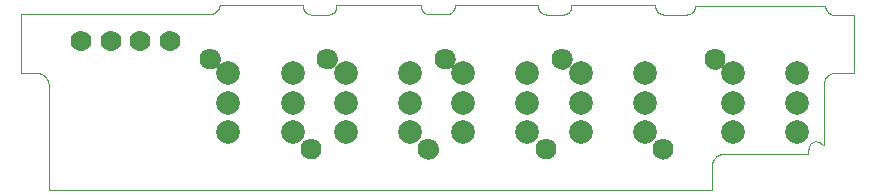
<source format=gbs>
G75*
%MOIN*%
%OFA0B0*%
%FSLAX25Y25*%
%IPPOS*%
%LPD*%
%AMOC8*
5,1,8,0,0,1.08239X$1,22.5*
%
%ADD10C,0.00394*%
%ADD11C,0.00000*%
%ADD12C,0.07060*%
%ADD13C,0.06942*%
%ADD14C,0.07887*%
D10*
X0010387Y0007469D02*
X0010387Y0042237D01*
X0010385Y0042365D01*
X0010379Y0042494D01*
X0010370Y0042622D01*
X0010356Y0042749D01*
X0010339Y0042877D01*
X0010317Y0043003D01*
X0010292Y0043129D01*
X0010263Y0043254D01*
X0010231Y0043379D01*
X0010195Y0043502D01*
X0010154Y0043624D01*
X0010111Y0043744D01*
X0010063Y0043864D01*
X0010012Y0043982D01*
X0009958Y0044098D01*
X0009900Y0044213D01*
X0009839Y0044325D01*
X0009774Y0044436D01*
X0009706Y0044545D01*
X0009635Y0044652D01*
X0009560Y0044756D01*
X0009482Y0044859D01*
X0009402Y0044959D01*
X0009318Y0045056D01*
X0009231Y0045151D01*
X0009142Y0045243D01*
X0009050Y0045332D01*
X0008955Y0045419D01*
X0008858Y0045503D01*
X0008758Y0045583D01*
X0008655Y0045661D01*
X0008551Y0045736D01*
X0008444Y0045807D01*
X0008335Y0045875D01*
X0008224Y0045940D01*
X0008112Y0046001D01*
X0007997Y0046059D01*
X0007881Y0046113D01*
X0007763Y0046164D01*
X0007643Y0046212D01*
X0007523Y0046255D01*
X0007401Y0046296D01*
X0007278Y0046332D01*
X0007153Y0046364D01*
X0007028Y0046393D01*
X0006902Y0046418D01*
X0006776Y0046440D01*
X0006648Y0046457D01*
X0006521Y0046471D01*
X0006393Y0046480D01*
X0006264Y0046486D01*
X0006136Y0046488D01*
X0001301Y0046488D01*
X0001301Y0065978D01*
X0063196Y0065978D01*
X0067377Y0068978D02*
X0095163Y0068939D01*
X0095164Y0068940D02*
X0095158Y0068835D01*
X0095157Y0068730D01*
X0095159Y0068625D01*
X0095166Y0068521D01*
X0095176Y0068416D01*
X0095190Y0068312D01*
X0095207Y0068209D01*
X0095229Y0068106D01*
X0095254Y0068004D01*
X0095282Y0067903D01*
X0095315Y0067804D01*
X0095351Y0067705D01*
X0095391Y0067608D01*
X0095434Y0067512D01*
X0095481Y0067418D01*
X0095531Y0067326D01*
X0095584Y0067236D01*
X0095641Y0067148D01*
X0095701Y0067061D01*
X0095764Y0066978D01*
X0095830Y0066896D01*
X0095899Y0066817D01*
X0095970Y0066740D01*
X0096045Y0066667D01*
X0096122Y0066595D01*
X0096202Y0066527D01*
X0096284Y0066462D01*
X0096368Y0066400D01*
X0096455Y0066341D01*
X0096544Y0066285D01*
X0096635Y0066232D01*
X0096727Y0066183D01*
X0096822Y0066137D01*
X0096918Y0066095D01*
X0097015Y0066056D01*
X0097114Y0066021D01*
X0097214Y0065989D01*
X0097315Y0065961D01*
X0097417Y0065937D01*
X0097520Y0065916D01*
X0097624Y0065900D01*
X0097728Y0065887D01*
X0097832Y0065878D01*
X0097832Y0065877D02*
X0103855Y0065877D01*
X0103855Y0065878D02*
X0103955Y0065887D01*
X0104054Y0065901D01*
X0104153Y0065918D01*
X0104251Y0065940D01*
X0104348Y0065965D01*
X0104444Y0065994D01*
X0104539Y0066027D01*
X0104632Y0066063D01*
X0104724Y0066103D01*
X0104814Y0066147D01*
X0104903Y0066194D01*
X0104989Y0066245D01*
X0105074Y0066298D01*
X0105156Y0066356D01*
X0105236Y0066416D01*
X0105314Y0066480D01*
X0105389Y0066546D01*
X0105461Y0066616D01*
X0105531Y0066688D01*
X0105598Y0066763D01*
X0105662Y0066840D01*
X0105722Y0066920D01*
X0105780Y0067002D01*
X0105834Y0067087D01*
X0105885Y0067173D01*
X0105932Y0067261D01*
X0105976Y0067352D01*
X0106016Y0067443D01*
X0106053Y0067537D01*
X0106086Y0067631D01*
X0106115Y0067727D01*
X0106141Y0067824D01*
X0106162Y0067922D01*
X0106180Y0068021D01*
X0106194Y0068120D01*
X0106204Y0068220D01*
X0106210Y0068320D01*
X0106212Y0068420D01*
X0106210Y0068521D01*
X0106204Y0068621D01*
X0106204Y0068620D02*
X0106204Y0068908D01*
X0134475Y0068908D01*
X0134470Y0068804D01*
X0134468Y0068700D01*
X0134470Y0068597D01*
X0134477Y0068493D01*
X0134487Y0068390D01*
X0134501Y0068287D01*
X0134518Y0068184D01*
X0134540Y0068083D01*
X0134565Y0067982D01*
X0134594Y0067883D01*
X0134627Y0067784D01*
X0134664Y0067687D01*
X0134704Y0067591D01*
X0134748Y0067497D01*
X0134795Y0067404D01*
X0134845Y0067314D01*
X0134899Y0067225D01*
X0134956Y0067138D01*
X0135017Y0067054D01*
X0135080Y0066972D01*
X0135147Y0066892D01*
X0135216Y0066815D01*
X0135289Y0066741D01*
X0135364Y0066669D01*
X0135441Y0066600D01*
X0135522Y0066534D01*
X0135604Y0066471D01*
X0135689Y0066411D01*
X0135776Y0066355D01*
X0135865Y0066302D01*
X0135956Y0066252D01*
X0136049Y0066205D01*
X0136144Y0066162D01*
X0136240Y0066123D01*
X0136337Y0066087D01*
X0136436Y0066055D01*
X0136536Y0066027D01*
X0136637Y0066002D01*
X0136738Y0065981D01*
X0136841Y0065964D01*
X0136944Y0065951D01*
X0137047Y0065942D01*
X0137047Y0065941D02*
X0142911Y0065941D01*
X0143018Y0065946D01*
X0143125Y0065955D01*
X0143232Y0065968D01*
X0143339Y0065985D01*
X0143444Y0066006D01*
X0143549Y0066030D01*
X0143653Y0066058D01*
X0143756Y0066090D01*
X0143857Y0066126D01*
X0143957Y0066166D01*
X0144056Y0066209D01*
X0144153Y0066256D01*
X0144248Y0066306D01*
X0144341Y0066360D01*
X0144433Y0066417D01*
X0144522Y0066477D01*
X0144609Y0066540D01*
X0144693Y0066607D01*
X0144775Y0066677D01*
X0144855Y0066749D01*
X0144931Y0066825D01*
X0145005Y0066903D01*
X0145076Y0066984D01*
X0145144Y0067068D01*
X0145209Y0067154D01*
X0145271Y0067242D01*
X0145329Y0067332D01*
X0145385Y0067425D01*
X0145436Y0067519D01*
X0145484Y0067615D01*
X0145529Y0067713D01*
X0145570Y0067813D01*
X0145608Y0067914D01*
X0145641Y0068016D01*
X0145671Y0068119D01*
X0145697Y0068224D01*
X0145720Y0068329D01*
X0145738Y0068435D01*
X0145753Y0068542D01*
X0145763Y0068649D01*
X0145770Y0068756D01*
X0145773Y0068864D01*
X0145772Y0068972D01*
X0145772Y0068971D02*
X0145772Y0069003D01*
X0152987Y0069003D01*
X0173476Y0069006D01*
X0173470Y0068899D01*
X0173469Y0068792D01*
X0173472Y0068685D01*
X0173478Y0068578D01*
X0173489Y0068471D01*
X0173503Y0068365D01*
X0173521Y0068260D01*
X0173543Y0068155D01*
X0173569Y0068051D01*
X0173598Y0067948D01*
X0173632Y0067846D01*
X0173669Y0067746D01*
X0173709Y0067646D01*
X0173754Y0067549D01*
X0173801Y0067453D01*
X0173853Y0067359D01*
X0173907Y0067267D01*
X0173965Y0067177D01*
X0174026Y0067089D01*
X0174091Y0067003D01*
X0174158Y0066920D01*
X0174229Y0066840D01*
X0174302Y0066762D01*
X0174378Y0066686D01*
X0174457Y0066614D01*
X0174539Y0066544D01*
X0174623Y0066478D01*
X0174709Y0066414D01*
X0174798Y0066354D01*
X0174888Y0066297D01*
X0174981Y0066244D01*
X0175076Y0066194D01*
X0175172Y0066147D01*
X0175270Y0066104D01*
X0175370Y0066064D01*
X0175471Y0066029D01*
X0175573Y0065996D01*
X0175676Y0065968D01*
X0175780Y0065943D01*
X0175885Y0065923D01*
X0175991Y0065906D01*
X0176097Y0065893D01*
X0176204Y0065884D01*
X0182026Y0065884D01*
X0182131Y0065893D01*
X0182236Y0065906D01*
X0182340Y0065924D01*
X0182443Y0065945D01*
X0182546Y0065970D01*
X0182647Y0065998D01*
X0182747Y0066031D01*
X0182847Y0066067D01*
X0182944Y0066107D01*
X0183040Y0066150D01*
X0183135Y0066197D01*
X0183227Y0066248D01*
X0183318Y0066302D01*
X0183407Y0066359D01*
X0183493Y0066420D01*
X0183577Y0066484D01*
X0183658Y0066551D01*
X0183737Y0066621D01*
X0183814Y0066693D01*
X0183887Y0066769D01*
X0183958Y0066847D01*
X0184026Y0066928D01*
X0184090Y0067012D01*
X0184152Y0067097D01*
X0184210Y0067185D01*
X0184265Y0067275D01*
X0184317Y0067367D01*
X0184365Y0067461D01*
X0184409Y0067557D01*
X0184450Y0067654D01*
X0184487Y0067753D01*
X0184521Y0067853D01*
X0184550Y0067954D01*
X0184576Y0068057D01*
X0184598Y0068160D01*
X0184616Y0068264D01*
X0184631Y0068368D01*
X0184641Y0068473D01*
X0184647Y0068579D01*
X0184650Y0068684D01*
X0184649Y0068789D01*
X0184643Y0068895D01*
X0184644Y0068895D02*
X0184644Y0068908D01*
X0212592Y0068908D01*
X0212587Y0068804D01*
X0212585Y0068701D01*
X0212587Y0068597D01*
X0212593Y0068493D01*
X0212603Y0068390D01*
X0212617Y0068287D01*
X0212634Y0068185D01*
X0212655Y0068083D01*
X0212680Y0067983D01*
X0212708Y0067883D01*
X0212741Y0067784D01*
X0212776Y0067687D01*
X0212815Y0067591D01*
X0212858Y0067496D01*
X0212904Y0067403D01*
X0212954Y0067312D01*
X0213006Y0067223D01*
X0213062Y0067135D01*
X0213121Y0067050D01*
X0213184Y0066967D01*
X0213249Y0066886D01*
X0213317Y0066808D01*
X0213388Y0066732D01*
X0213461Y0066659D01*
X0213538Y0066589D01*
X0213616Y0066521D01*
X0213698Y0066457D01*
X0213781Y0066395D01*
X0213867Y0066337D01*
X0213954Y0066281D01*
X0214044Y0066229D01*
X0214136Y0066180D01*
X0214229Y0066135D01*
X0214324Y0066093D01*
X0214420Y0066055D01*
X0214518Y0066020D01*
X0214617Y0065988D01*
X0214717Y0065961D01*
X0214818Y0065937D01*
X0214919Y0065916D01*
X0215022Y0065900D01*
X0215125Y0065887D01*
X0215228Y0065878D01*
X0215228Y0065877D02*
X0222977Y0065877D01*
X0223082Y0065879D01*
X0223188Y0065885D01*
X0223293Y0065894D01*
X0223397Y0065908D01*
X0223502Y0065925D01*
X0223605Y0065946D01*
X0223707Y0065971D01*
X0223809Y0065999D01*
X0223909Y0066032D01*
X0224009Y0066068D01*
X0224107Y0066107D01*
X0224203Y0066150D01*
X0224298Y0066197D01*
X0224390Y0066247D01*
X0224481Y0066300D01*
X0224571Y0066356D01*
X0224657Y0066416D01*
X0224742Y0066479D01*
X0224824Y0066545D01*
X0224904Y0066614D01*
X0224981Y0066686D01*
X0225056Y0066761D01*
X0225128Y0066838D01*
X0225197Y0066918D01*
X0225263Y0067000D01*
X0225326Y0067085D01*
X0225386Y0067171D01*
X0225442Y0067261D01*
X0225495Y0067352D01*
X0225545Y0067444D01*
X0225592Y0067539D01*
X0225635Y0067635D01*
X0225674Y0067733D01*
X0225710Y0067833D01*
X0225743Y0067933D01*
X0225771Y0068035D01*
X0225796Y0068137D01*
X0225817Y0068240D01*
X0225834Y0068345D01*
X0225848Y0068449D01*
X0225857Y0068554D01*
X0225863Y0068660D01*
X0225865Y0068765D01*
X0225865Y0068879D01*
X0269207Y0068879D01*
X0269208Y0068879D02*
X0269216Y0068764D01*
X0269228Y0068649D01*
X0269245Y0068534D01*
X0269265Y0068420D01*
X0269289Y0068307D01*
X0269316Y0068194D01*
X0269347Y0068083D01*
X0269382Y0067972D01*
X0269421Y0067863D01*
X0269464Y0067756D01*
X0269509Y0067649D01*
X0269559Y0067545D01*
X0269612Y0067442D01*
X0269668Y0067341D01*
X0269728Y0067241D01*
X0269791Y0067144D01*
X0269857Y0067049D01*
X0269926Y0066956D01*
X0269998Y0066866D01*
X0270074Y0066778D01*
X0270152Y0066693D01*
X0270233Y0066610D01*
X0270317Y0066530D01*
X0270403Y0066453D01*
X0270492Y0066379D01*
X0270583Y0066308D01*
X0270677Y0066240D01*
X0270773Y0066175D01*
X0270871Y0066113D01*
X0270971Y0066055D01*
X0271073Y0066000D01*
X0271177Y0065949D01*
X0271282Y0065901D01*
X0271389Y0065856D01*
X0271497Y0065815D01*
X0271607Y0065778D01*
X0271717Y0065744D01*
X0271829Y0065715D01*
X0271942Y0065688D01*
X0272056Y0065666D01*
X0272170Y0065648D01*
X0272285Y0065633D01*
X0272400Y0065622D01*
X0272516Y0065615D01*
X0272631Y0065612D01*
X0272747Y0065613D01*
X0272863Y0065618D01*
X0272862Y0065617D02*
X0278684Y0065617D01*
X0278684Y0046459D01*
X0272637Y0046459D01*
X0272516Y0046457D01*
X0272395Y0046451D01*
X0272274Y0046442D01*
X0272153Y0046429D01*
X0272033Y0046411D01*
X0271914Y0046391D01*
X0271795Y0046366D01*
X0271677Y0046338D01*
X0271560Y0046306D01*
X0271445Y0046270D01*
X0271330Y0046231D01*
X0271216Y0046188D01*
X0271104Y0046142D01*
X0270994Y0046092D01*
X0270885Y0046038D01*
X0270778Y0045982D01*
X0270673Y0045922D01*
X0270569Y0045858D01*
X0270468Y0045792D01*
X0270369Y0045722D01*
X0270272Y0045649D01*
X0270177Y0045573D01*
X0270085Y0045495D01*
X0269995Y0045413D01*
X0269908Y0045329D01*
X0269824Y0045242D01*
X0269742Y0045152D01*
X0269664Y0045060D01*
X0269588Y0044965D01*
X0269515Y0044868D01*
X0269445Y0044769D01*
X0269379Y0044668D01*
X0269315Y0044564D01*
X0269255Y0044459D01*
X0269199Y0044352D01*
X0269145Y0044243D01*
X0269095Y0044133D01*
X0269049Y0044021D01*
X0269006Y0043907D01*
X0268967Y0043792D01*
X0268931Y0043677D01*
X0268899Y0043560D01*
X0268871Y0043442D01*
X0268846Y0043323D01*
X0268826Y0043204D01*
X0268808Y0043084D01*
X0268795Y0042963D01*
X0268786Y0042842D01*
X0268780Y0042721D01*
X0268778Y0042600D01*
X0268778Y0022569D01*
X0268777Y0022569D02*
X0268775Y0022538D01*
X0268770Y0022508D01*
X0268762Y0022478D01*
X0268750Y0022450D01*
X0268735Y0022423D01*
X0268717Y0022398D01*
X0268696Y0022375D01*
X0268673Y0022354D01*
X0268648Y0022336D01*
X0268621Y0022321D01*
X0268593Y0022309D01*
X0268563Y0022301D01*
X0268533Y0022296D01*
X0268502Y0022294D01*
X0268502Y0022293D02*
X0268124Y0022671D01*
X0267597Y0023092D01*
X0267339Y0023259D01*
X0267191Y0023332D01*
X0266914Y0023462D01*
X0266582Y0023517D01*
X0266287Y0023591D01*
X0265955Y0023572D01*
X0265531Y0023498D01*
X0265180Y0023332D01*
X0264811Y0023111D01*
X0264516Y0022890D01*
X0264276Y0022687D01*
X0264055Y0022410D01*
X0263926Y0022151D01*
X0263797Y0021930D01*
X0263723Y0021653D01*
X0263668Y0021376D01*
X0263594Y0020823D01*
X0263612Y0020491D01*
X0263575Y0019993D01*
X0263575Y0019461D01*
X0235535Y0019461D01*
X0235535Y0019462D02*
X0235409Y0019460D01*
X0235283Y0019454D01*
X0235157Y0019445D01*
X0235032Y0019431D01*
X0234907Y0019414D01*
X0234783Y0019392D01*
X0234659Y0019367D01*
X0234537Y0019338D01*
X0234415Y0019306D01*
X0234294Y0019269D01*
X0234175Y0019229D01*
X0234056Y0019186D01*
X0233940Y0019138D01*
X0233824Y0019087D01*
X0233711Y0019033D01*
X0233599Y0018975D01*
X0233489Y0018914D01*
X0233380Y0018849D01*
X0233274Y0018781D01*
X0233170Y0018710D01*
X0233068Y0018635D01*
X0232969Y0018558D01*
X0232872Y0018477D01*
X0232778Y0018394D01*
X0232686Y0018307D01*
X0232597Y0018218D01*
X0232510Y0018126D01*
X0232427Y0018032D01*
X0232346Y0017935D01*
X0232269Y0017836D01*
X0232194Y0017734D01*
X0232123Y0017630D01*
X0232055Y0017524D01*
X0231990Y0017416D01*
X0231929Y0017305D01*
X0231871Y0017193D01*
X0231817Y0017080D01*
X0231766Y0016964D01*
X0231718Y0016848D01*
X0231675Y0016729D01*
X0231635Y0016610D01*
X0231598Y0016489D01*
X0231566Y0016367D01*
X0231537Y0016245D01*
X0231512Y0016121D01*
X0231490Y0015997D01*
X0231473Y0015872D01*
X0231459Y0015747D01*
X0231450Y0015621D01*
X0231444Y0015495D01*
X0231442Y0015369D01*
X0231443Y0015369D02*
X0231443Y0007469D01*
X0010387Y0007469D01*
X0063195Y0065977D02*
X0063313Y0065960D01*
X0063432Y0065946D01*
X0063550Y0065937D01*
X0063669Y0065931D01*
X0063788Y0065929D01*
X0063907Y0065931D01*
X0064026Y0065937D01*
X0064145Y0065947D01*
X0064263Y0065960D01*
X0064381Y0065978D01*
X0064498Y0065999D01*
X0064614Y0066025D01*
X0064730Y0066054D01*
X0064844Y0066086D01*
X0064958Y0066123D01*
X0065070Y0066163D01*
X0065181Y0066207D01*
X0065290Y0066254D01*
X0065397Y0066305D01*
X0065503Y0066360D01*
X0065607Y0066418D01*
X0065710Y0066479D01*
X0065810Y0066544D01*
X0065907Y0066611D01*
X0066003Y0066682D01*
X0066096Y0066756D01*
X0066187Y0066834D01*
X0066275Y0066914D01*
X0066361Y0066996D01*
X0066443Y0067082D01*
X0066523Y0067170D01*
X0066600Y0067261D01*
X0066674Y0067354D01*
X0066745Y0067450D01*
X0066813Y0067548D01*
X0066877Y0067648D01*
X0066939Y0067750D01*
X0066996Y0067855D01*
X0067051Y0067961D01*
X0067102Y0068068D01*
X0067149Y0068177D01*
X0067193Y0068288D01*
X0067233Y0068400D01*
X0067269Y0068514D01*
X0067302Y0068628D01*
X0067330Y0068744D01*
X0067356Y0068860D01*
X0067377Y0068977D01*
D11*
X0061160Y0051047D02*
X0061162Y0051159D01*
X0061168Y0051270D01*
X0061178Y0051382D01*
X0061192Y0051492D01*
X0061210Y0051603D01*
X0061232Y0051712D01*
X0061257Y0051821D01*
X0061287Y0051929D01*
X0061320Y0052035D01*
X0061357Y0052141D01*
X0061398Y0052245D01*
X0061443Y0052347D01*
X0061491Y0052448D01*
X0061543Y0052547D01*
X0061598Y0052644D01*
X0061657Y0052739D01*
X0061719Y0052832D01*
X0061784Y0052923D01*
X0061853Y0053011D01*
X0061925Y0053097D01*
X0061999Y0053180D01*
X0062077Y0053260D01*
X0062157Y0053338D01*
X0062240Y0053412D01*
X0062326Y0053484D01*
X0062414Y0053553D01*
X0062505Y0053618D01*
X0062598Y0053680D01*
X0062693Y0053739D01*
X0062790Y0053794D01*
X0062889Y0053846D01*
X0062990Y0053894D01*
X0063092Y0053939D01*
X0063196Y0053980D01*
X0063302Y0054017D01*
X0063408Y0054050D01*
X0063516Y0054080D01*
X0063625Y0054105D01*
X0063734Y0054127D01*
X0063845Y0054145D01*
X0063955Y0054159D01*
X0064067Y0054169D01*
X0064178Y0054175D01*
X0064290Y0054177D01*
X0064402Y0054175D01*
X0064513Y0054169D01*
X0064625Y0054159D01*
X0064735Y0054145D01*
X0064846Y0054127D01*
X0064955Y0054105D01*
X0065064Y0054080D01*
X0065172Y0054050D01*
X0065278Y0054017D01*
X0065384Y0053980D01*
X0065488Y0053939D01*
X0065590Y0053894D01*
X0065691Y0053846D01*
X0065790Y0053794D01*
X0065887Y0053739D01*
X0065982Y0053680D01*
X0066075Y0053618D01*
X0066166Y0053553D01*
X0066254Y0053484D01*
X0066340Y0053412D01*
X0066423Y0053338D01*
X0066503Y0053260D01*
X0066581Y0053180D01*
X0066655Y0053097D01*
X0066727Y0053011D01*
X0066796Y0052923D01*
X0066861Y0052832D01*
X0066923Y0052739D01*
X0066982Y0052644D01*
X0067037Y0052547D01*
X0067089Y0052448D01*
X0067137Y0052347D01*
X0067182Y0052245D01*
X0067223Y0052141D01*
X0067260Y0052035D01*
X0067293Y0051929D01*
X0067323Y0051821D01*
X0067348Y0051712D01*
X0067370Y0051603D01*
X0067388Y0051492D01*
X0067402Y0051382D01*
X0067412Y0051270D01*
X0067418Y0051159D01*
X0067420Y0051047D01*
X0067418Y0050935D01*
X0067412Y0050824D01*
X0067402Y0050712D01*
X0067388Y0050602D01*
X0067370Y0050491D01*
X0067348Y0050382D01*
X0067323Y0050273D01*
X0067293Y0050165D01*
X0067260Y0050059D01*
X0067223Y0049953D01*
X0067182Y0049849D01*
X0067137Y0049747D01*
X0067089Y0049646D01*
X0067037Y0049547D01*
X0066982Y0049450D01*
X0066923Y0049355D01*
X0066861Y0049262D01*
X0066796Y0049171D01*
X0066727Y0049083D01*
X0066655Y0048997D01*
X0066581Y0048914D01*
X0066503Y0048834D01*
X0066423Y0048756D01*
X0066340Y0048682D01*
X0066254Y0048610D01*
X0066166Y0048541D01*
X0066075Y0048476D01*
X0065982Y0048414D01*
X0065887Y0048355D01*
X0065790Y0048300D01*
X0065691Y0048248D01*
X0065590Y0048200D01*
X0065488Y0048155D01*
X0065384Y0048114D01*
X0065278Y0048077D01*
X0065172Y0048044D01*
X0065064Y0048014D01*
X0064955Y0047989D01*
X0064846Y0047967D01*
X0064735Y0047949D01*
X0064625Y0047935D01*
X0064513Y0047925D01*
X0064402Y0047919D01*
X0064290Y0047917D01*
X0064178Y0047919D01*
X0064067Y0047925D01*
X0063955Y0047935D01*
X0063845Y0047949D01*
X0063734Y0047967D01*
X0063625Y0047989D01*
X0063516Y0048014D01*
X0063408Y0048044D01*
X0063302Y0048077D01*
X0063196Y0048114D01*
X0063092Y0048155D01*
X0062990Y0048200D01*
X0062889Y0048248D01*
X0062790Y0048300D01*
X0062693Y0048355D01*
X0062598Y0048414D01*
X0062505Y0048476D01*
X0062414Y0048541D01*
X0062326Y0048610D01*
X0062240Y0048682D01*
X0062157Y0048756D01*
X0062077Y0048834D01*
X0061999Y0048914D01*
X0061925Y0048997D01*
X0061853Y0049083D01*
X0061784Y0049171D01*
X0061719Y0049262D01*
X0061657Y0049355D01*
X0061598Y0049450D01*
X0061543Y0049547D01*
X0061491Y0049646D01*
X0061443Y0049747D01*
X0061398Y0049849D01*
X0061357Y0049953D01*
X0061320Y0050059D01*
X0061287Y0050165D01*
X0061257Y0050273D01*
X0061232Y0050382D01*
X0061210Y0050491D01*
X0061192Y0050602D01*
X0061178Y0050712D01*
X0061168Y0050824D01*
X0061162Y0050935D01*
X0061160Y0051047D01*
X0100154Y0051073D02*
X0100156Y0051185D01*
X0100162Y0051296D01*
X0100172Y0051408D01*
X0100186Y0051518D01*
X0100204Y0051629D01*
X0100226Y0051738D01*
X0100251Y0051847D01*
X0100281Y0051955D01*
X0100314Y0052061D01*
X0100351Y0052167D01*
X0100392Y0052271D01*
X0100437Y0052373D01*
X0100485Y0052474D01*
X0100537Y0052573D01*
X0100592Y0052670D01*
X0100651Y0052765D01*
X0100713Y0052858D01*
X0100778Y0052949D01*
X0100847Y0053037D01*
X0100919Y0053123D01*
X0100993Y0053206D01*
X0101071Y0053286D01*
X0101151Y0053364D01*
X0101234Y0053438D01*
X0101320Y0053510D01*
X0101408Y0053579D01*
X0101499Y0053644D01*
X0101592Y0053706D01*
X0101687Y0053765D01*
X0101784Y0053820D01*
X0101883Y0053872D01*
X0101984Y0053920D01*
X0102086Y0053965D01*
X0102190Y0054006D01*
X0102296Y0054043D01*
X0102402Y0054076D01*
X0102510Y0054106D01*
X0102619Y0054131D01*
X0102728Y0054153D01*
X0102839Y0054171D01*
X0102949Y0054185D01*
X0103061Y0054195D01*
X0103172Y0054201D01*
X0103284Y0054203D01*
X0103396Y0054201D01*
X0103507Y0054195D01*
X0103619Y0054185D01*
X0103729Y0054171D01*
X0103840Y0054153D01*
X0103949Y0054131D01*
X0104058Y0054106D01*
X0104166Y0054076D01*
X0104272Y0054043D01*
X0104378Y0054006D01*
X0104482Y0053965D01*
X0104584Y0053920D01*
X0104685Y0053872D01*
X0104784Y0053820D01*
X0104881Y0053765D01*
X0104976Y0053706D01*
X0105069Y0053644D01*
X0105160Y0053579D01*
X0105248Y0053510D01*
X0105334Y0053438D01*
X0105417Y0053364D01*
X0105497Y0053286D01*
X0105575Y0053206D01*
X0105649Y0053123D01*
X0105721Y0053037D01*
X0105790Y0052949D01*
X0105855Y0052858D01*
X0105917Y0052765D01*
X0105976Y0052670D01*
X0106031Y0052573D01*
X0106083Y0052474D01*
X0106131Y0052373D01*
X0106176Y0052271D01*
X0106217Y0052167D01*
X0106254Y0052061D01*
X0106287Y0051955D01*
X0106317Y0051847D01*
X0106342Y0051738D01*
X0106364Y0051629D01*
X0106382Y0051518D01*
X0106396Y0051408D01*
X0106406Y0051296D01*
X0106412Y0051185D01*
X0106414Y0051073D01*
X0106412Y0050961D01*
X0106406Y0050850D01*
X0106396Y0050738D01*
X0106382Y0050628D01*
X0106364Y0050517D01*
X0106342Y0050408D01*
X0106317Y0050299D01*
X0106287Y0050191D01*
X0106254Y0050085D01*
X0106217Y0049979D01*
X0106176Y0049875D01*
X0106131Y0049773D01*
X0106083Y0049672D01*
X0106031Y0049573D01*
X0105976Y0049476D01*
X0105917Y0049381D01*
X0105855Y0049288D01*
X0105790Y0049197D01*
X0105721Y0049109D01*
X0105649Y0049023D01*
X0105575Y0048940D01*
X0105497Y0048860D01*
X0105417Y0048782D01*
X0105334Y0048708D01*
X0105248Y0048636D01*
X0105160Y0048567D01*
X0105069Y0048502D01*
X0104976Y0048440D01*
X0104881Y0048381D01*
X0104784Y0048326D01*
X0104685Y0048274D01*
X0104584Y0048226D01*
X0104482Y0048181D01*
X0104378Y0048140D01*
X0104272Y0048103D01*
X0104166Y0048070D01*
X0104058Y0048040D01*
X0103949Y0048015D01*
X0103840Y0047993D01*
X0103729Y0047975D01*
X0103619Y0047961D01*
X0103507Y0047951D01*
X0103396Y0047945D01*
X0103284Y0047943D01*
X0103172Y0047945D01*
X0103061Y0047951D01*
X0102949Y0047961D01*
X0102839Y0047975D01*
X0102728Y0047993D01*
X0102619Y0048015D01*
X0102510Y0048040D01*
X0102402Y0048070D01*
X0102296Y0048103D01*
X0102190Y0048140D01*
X0102086Y0048181D01*
X0101984Y0048226D01*
X0101883Y0048274D01*
X0101784Y0048326D01*
X0101687Y0048381D01*
X0101592Y0048440D01*
X0101499Y0048502D01*
X0101408Y0048567D01*
X0101320Y0048636D01*
X0101234Y0048708D01*
X0101151Y0048782D01*
X0101071Y0048860D01*
X0100993Y0048940D01*
X0100919Y0049023D01*
X0100847Y0049109D01*
X0100778Y0049197D01*
X0100713Y0049288D01*
X0100651Y0049381D01*
X0100592Y0049476D01*
X0100537Y0049573D01*
X0100485Y0049672D01*
X0100437Y0049773D01*
X0100392Y0049875D01*
X0100351Y0049979D01*
X0100314Y0050085D01*
X0100281Y0050191D01*
X0100251Y0050299D01*
X0100226Y0050408D01*
X0100204Y0050517D01*
X0100186Y0050628D01*
X0100172Y0050738D01*
X0100162Y0050850D01*
X0100156Y0050961D01*
X0100154Y0051073D01*
X0139408Y0051056D02*
X0139410Y0051168D01*
X0139416Y0051279D01*
X0139426Y0051391D01*
X0139440Y0051501D01*
X0139458Y0051612D01*
X0139480Y0051721D01*
X0139505Y0051830D01*
X0139535Y0051938D01*
X0139568Y0052044D01*
X0139605Y0052150D01*
X0139646Y0052254D01*
X0139691Y0052356D01*
X0139739Y0052457D01*
X0139791Y0052556D01*
X0139846Y0052653D01*
X0139905Y0052748D01*
X0139967Y0052841D01*
X0140032Y0052932D01*
X0140101Y0053020D01*
X0140173Y0053106D01*
X0140247Y0053189D01*
X0140325Y0053269D01*
X0140405Y0053347D01*
X0140488Y0053421D01*
X0140574Y0053493D01*
X0140662Y0053562D01*
X0140753Y0053627D01*
X0140846Y0053689D01*
X0140941Y0053748D01*
X0141038Y0053803D01*
X0141137Y0053855D01*
X0141238Y0053903D01*
X0141340Y0053948D01*
X0141444Y0053989D01*
X0141550Y0054026D01*
X0141656Y0054059D01*
X0141764Y0054089D01*
X0141873Y0054114D01*
X0141982Y0054136D01*
X0142093Y0054154D01*
X0142203Y0054168D01*
X0142315Y0054178D01*
X0142426Y0054184D01*
X0142538Y0054186D01*
X0142650Y0054184D01*
X0142761Y0054178D01*
X0142873Y0054168D01*
X0142983Y0054154D01*
X0143094Y0054136D01*
X0143203Y0054114D01*
X0143312Y0054089D01*
X0143420Y0054059D01*
X0143526Y0054026D01*
X0143632Y0053989D01*
X0143736Y0053948D01*
X0143838Y0053903D01*
X0143939Y0053855D01*
X0144038Y0053803D01*
X0144135Y0053748D01*
X0144230Y0053689D01*
X0144323Y0053627D01*
X0144414Y0053562D01*
X0144502Y0053493D01*
X0144588Y0053421D01*
X0144671Y0053347D01*
X0144751Y0053269D01*
X0144829Y0053189D01*
X0144903Y0053106D01*
X0144975Y0053020D01*
X0145044Y0052932D01*
X0145109Y0052841D01*
X0145171Y0052748D01*
X0145230Y0052653D01*
X0145285Y0052556D01*
X0145337Y0052457D01*
X0145385Y0052356D01*
X0145430Y0052254D01*
X0145471Y0052150D01*
X0145508Y0052044D01*
X0145541Y0051938D01*
X0145571Y0051830D01*
X0145596Y0051721D01*
X0145618Y0051612D01*
X0145636Y0051501D01*
X0145650Y0051391D01*
X0145660Y0051279D01*
X0145666Y0051168D01*
X0145668Y0051056D01*
X0145666Y0050944D01*
X0145660Y0050833D01*
X0145650Y0050721D01*
X0145636Y0050611D01*
X0145618Y0050500D01*
X0145596Y0050391D01*
X0145571Y0050282D01*
X0145541Y0050174D01*
X0145508Y0050068D01*
X0145471Y0049962D01*
X0145430Y0049858D01*
X0145385Y0049756D01*
X0145337Y0049655D01*
X0145285Y0049556D01*
X0145230Y0049459D01*
X0145171Y0049364D01*
X0145109Y0049271D01*
X0145044Y0049180D01*
X0144975Y0049092D01*
X0144903Y0049006D01*
X0144829Y0048923D01*
X0144751Y0048843D01*
X0144671Y0048765D01*
X0144588Y0048691D01*
X0144502Y0048619D01*
X0144414Y0048550D01*
X0144323Y0048485D01*
X0144230Y0048423D01*
X0144135Y0048364D01*
X0144038Y0048309D01*
X0143939Y0048257D01*
X0143838Y0048209D01*
X0143736Y0048164D01*
X0143632Y0048123D01*
X0143526Y0048086D01*
X0143420Y0048053D01*
X0143312Y0048023D01*
X0143203Y0047998D01*
X0143094Y0047976D01*
X0142983Y0047958D01*
X0142873Y0047944D01*
X0142761Y0047934D01*
X0142650Y0047928D01*
X0142538Y0047926D01*
X0142426Y0047928D01*
X0142315Y0047934D01*
X0142203Y0047944D01*
X0142093Y0047958D01*
X0141982Y0047976D01*
X0141873Y0047998D01*
X0141764Y0048023D01*
X0141656Y0048053D01*
X0141550Y0048086D01*
X0141444Y0048123D01*
X0141340Y0048164D01*
X0141238Y0048209D01*
X0141137Y0048257D01*
X0141038Y0048309D01*
X0140941Y0048364D01*
X0140846Y0048423D01*
X0140753Y0048485D01*
X0140662Y0048550D01*
X0140574Y0048619D01*
X0140488Y0048691D01*
X0140405Y0048765D01*
X0140325Y0048843D01*
X0140247Y0048923D01*
X0140173Y0049006D01*
X0140101Y0049092D01*
X0140032Y0049180D01*
X0139967Y0049271D01*
X0139905Y0049364D01*
X0139846Y0049459D01*
X0139791Y0049556D01*
X0139739Y0049655D01*
X0139691Y0049756D01*
X0139646Y0049858D01*
X0139605Y0049962D01*
X0139568Y0050068D01*
X0139535Y0050174D01*
X0139505Y0050282D01*
X0139480Y0050391D01*
X0139458Y0050500D01*
X0139440Y0050611D01*
X0139426Y0050721D01*
X0139416Y0050833D01*
X0139410Y0050944D01*
X0139408Y0051056D01*
X0178417Y0050976D02*
X0178419Y0051088D01*
X0178425Y0051199D01*
X0178435Y0051311D01*
X0178449Y0051421D01*
X0178467Y0051532D01*
X0178489Y0051641D01*
X0178514Y0051750D01*
X0178544Y0051858D01*
X0178577Y0051964D01*
X0178614Y0052070D01*
X0178655Y0052174D01*
X0178700Y0052276D01*
X0178748Y0052377D01*
X0178800Y0052476D01*
X0178855Y0052573D01*
X0178914Y0052668D01*
X0178976Y0052761D01*
X0179041Y0052852D01*
X0179110Y0052940D01*
X0179182Y0053026D01*
X0179256Y0053109D01*
X0179334Y0053189D01*
X0179414Y0053267D01*
X0179497Y0053341D01*
X0179583Y0053413D01*
X0179671Y0053482D01*
X0179762Y0053547D01*
X0179855Y0053609D01*
X0179950Y0053668D01*
X0180047Y0053723D01*
X0180146Y0053775D01*
X0180247Y0053823D01*
X0180349Y0053868D01*
X0180453Y0053909D01*
X0180559Y0053946D01*
X0180665Y0053979D01*
X0180773Y0054009D01*
X0180882Y0054034D01*
X0180991Y0054056D01*
X0181102Y0054074D01*
X0181212Y0054088D01*
X0181324Y0054098D01*
X0181435Y0054104D01*
X0181547Y0054106D01*
X0181659Y0054104D01*
X0181770Y0054098D01*
X0181882Y0054088D01*
X0181992Y0054074D01*
X0182103Y0054056D01*
X0182212Y0054034D01*
X0182321Y0054009D01*
X0182429Y0053979D01*
X0182535Y0053946D01*
X0182641Y0053909D01*
X0182745Y0053868D01*
X0182847Y0053823D01*
X0182948Y0053775D01*
X0183047Y0053723D01*
X0183144Y0053668D01*
X0183239Y0053609D01*
X0183332Y0053547D01*
X0183423Y0053482D01*
X0183511Y0053413D01*
X0183597Y0053341D01*
X0183680Y0053267D01*
X0183760Y0053189D01*
X0183838Y0053109D01*
X0183912Y0053026D01*
X0183984Y0052940D01*
X0184053Y0052852D01*
X0184118Y0052761D01*
X0184180Y0052668D01*
X0184239Y0052573D01*
X0184294Y0052476D01*
X0184346Y0052377D01*
X0184394Y0052276D01*
X0184439Y0052174D01*
X0184480Y0052070D01*
X0184517Y0051964D01*
X0184550Y0051858D01*
X0184580Y0051750D01*
X0184605Y0051641D01*
X0184627Y0051532D01*
X0184645Y0051421D01*
X0184659Y0051311D01*
X0184669Y0051199D01*
X0184675Y0051088D01*
X0184677Y0050976D01*
X0184675Y0050864D01*
X0184669Y0050753D01*
X0184659Y0050641D01*
X0184645Y0050531D01*
X0184627Y0050420D01*
X0184605Y0050311D01*
X0184580Y0050202D01*
X0184550Y0050094D01*
X0184517Y0049988D01*
X0184480Y0049882D01*
X0184439Y0049778D01*
X0184394Y0049676D01*
X0184346Y0049575D01*
X0184294Y0049476D01*
X0184239Y0049379D01*
X0184180Y0049284D01*
X0184118Y0049191D01*
X0184053Y0049100D01*
X0183984Y0049012D01*
X0183912Y0048926D01*
X0183838Y0048843D01*
X0183760Y0048763D01*
X0183680Y0048685D01*
X0183597Y0048611D01*
X0183511Y0048539D01*
X0183423Y0048470D01*
X0183332Y0048405D01*
X0183239Y0048343D01*
X0183144Y0048284D01*
X0183047Y0048229D01*
X0182948Y0048177D01*
X0182847Y0048129D01*
X0182745Y0048084D01*
X0182641Y0048043D01*
X0182535Y0048006D01*
X0182429Y0047973D01*
X0182321Y0047943D01*
X0182212Y0047918D01*
X0182103Y0047896D01*
X0181992Y0047878D01*
X0181882Y0047864D01*
X0181770Y0047854D01*
X0181659Y0047848D01*
X0181547Y0047846D01*
X0181435Y0047848D01*
X0181324Y0047854D01*
X0181212Y0047864D01*
X0181102Y0047878D01*
X0180991Y0047896D01*
X0180882Y0047918D01*
X0180773Y0047943D01*
X0180665Y0047973D01*
X0180559Y0048006D01*
X0180453Y0048043D01*
X0180349Y0048084D01*
X0180247Y0048129D01*
X0180146Y0048177D01*
X0180047Y0048229D01*
X0179950Y0048284D01*
X0179855Y0048343D01*
X0179762Y0048405D01*
X0179671Y0048470D01*
X0179583Y0048539D01*
X0179497Y0048611D01*
X0179414Y0048685D01*
X0179334Y0048763D01*
X0179256Y0048843D01*
X0179182Y0048926D01*
X0179110Y0049012D01*
X0179041Y0049100D01*
X0178976Y0049191D01*
X0178914Y0049284D01*
X0178855Y0049379D01*
X0178800Y0049476D01*
X0178748Y0049575D01*
X0178700Y0049676D01*
X0178655Y0049778D01*
X0178614Y0049882D01*
X0178577Y0049988D01*
X0178544Y0050094D01*
X0178514Y0050202D01*
X0178489Y0050311D01*
X0178467Y0050420D01*
X0178449Y0050531D01*
X0178435Y0050641D01*
X0178425Y0050753D01*
X0178419Y0050864D01*
X0178417Y0050976D01*
X0229346Y0050944D02*
X0229348Y0051056D01*
X0229354Y0051167D01*
X0229364Y0051279D01*
X0229378Y0051389D01*
X0229396Y0051500D01*
X0229418Y0051609D01*
X0229443Y0051718D01*
X0229473Y0051826D01*
X0229506Y0051932D01*
X0229543Y0052038D01*
X0229584Y0052142D01*
X0229629Y0052244D01*
X0229677Y0052345D01*
X0229729Y0052444D01*
X0229784Y0052541D01*
X0229843Y0052636D01*
X0229905Y0052729D01*
X0229970Y0052820D01*
X0230039Y0052908D01*
X0230111Y0052994D01*
X0230185Y0053077D01*
X0230263Y0053157D01*
X0230343Y0053235D01*
X0230426Y0053309D01*
X0230512Y0053381D01*
X0230600Y0053450D01*
X0230691Y0053515D01*
X0230784Y0053577D01*
X0230879Y0053636D01*
X0230976Y0053691D01*
X0231075Y0053743D01*
X0231176Y0053791D01*
X0231278Y0053836D01*
X0231382Y0053877D01*
X0231488Y0053914D01*
X0231594Y0053947D01*
X0231702Y0053977D01*
X0231811Y0054002D01*
X0231920Y0054024D01*
X0232031Y0054042D01*
X0232141Y0054056D01*
X0232253Y0054066D01*
X0232364Y0054072D01*
X0232476Y0054074D01*
X0232588Y0054072D01*
X0232699Y0054066D01*
X0232811Y0054056D01*
X0232921Y0054042D01*
X0233032Y0054024D01*
X0233141Y0054002D01*
X0233250Y0053977D01*
X0233358Y0053947D01*
X0233464Y0053914D01*
X0233570Y0053877D01*
X0233674Y0053836D01*
X0233776Y0053791D01*
X0233877Y0053743D01*
X0233976Y0053691D01*
X0234073Y0053636D01*
X0234168Y0053577D01*
X0234261Y0053515D01*
X0234352Y0053450D01*
X0234440Y0053381D01*
X0234526Y0053309D01*
X0234609Y0053235D01*
X0234689Y0053157D01*
X0234767Y0053077D01*
X0234841Y0052994D01*
X0234913Y0052908D01*
X0234982Y0052820D01*
X0235047Y0052729D01*
X0235109Y0052636D01*
X0235168Y0052541D01*
X0235223Y0052444D01*
X0235275Y0052345D01*
X0235323Y0052244D01*
X0235368Y0052142D01*
X0235409Y0052038D01*
X0235446Y0051932D01*
X0235479Y0051826D01*
X0235509Y0051718D01*
X0235534Y0051609D01*
X0235556Y0051500D01*
X0235574Y0051389D01*
X0235588Y0051279D01*
X0235598Y0051167D01*
X0235604Y0051056D01*
X0235606Y0050944D01*
X0235604Y0050832D01*
X0235598Y0050721D01*
X0235588Y0050609D01*
X0235574Y0050499D01*
X0235556Y0050388D01*
X0235534Y0050279D01*
X0235509Y0050170D01*
X0235479Y0050062D01*
X0235446Y0049956D01*
X0235409Y0049850D01*
X0235368Y0049746D01*
X0235323Y0049644D01*
X0235275Y0049543D01*
X0235223Y0049444D01*
X0235168Y0049347D01*
X0235109Y0049252D01*
X0235047Y0049159D01*
X0234982Y0049068D01*
X0234913Y0048980D01*
X0234841Y0048894D01*
X0234767Y0048811D01*
X0234689Y0048731D01*
X0234609Y0048653D01*
X0234526Y0048579D01*
X0234440Y0048507D01*
X0234352Y0048438D01*
X0234261Y0048373D01*
X0234168Y0048311D01*
X0234073Y0048252D01*
X0233976Y0048197D01*
X0233877Y0048145D01*
X0233776Y0048097D01*
X0233674Y0048052D01*
X0233570Y0048011D01*
X0233464Y0047974D01*
X0233358Y0047941D01*
X0233250Y0047911D01*
X0233141Y0047886D01*
X0233032Y0047864D01*
X0232921Y0047846D01*
X0232811Y0047832D01*
X0232699Y0047822D01*
X0232588Y0047816D01*
X0232476Y0047814D01*
X0232364Y0047816D01*
X0232253Y0047822D01*
X0232141Y0047832D01*
X0232031Y0047846D01*
X0231920Y0047864D01*
X0231811Y0047886D01*
X0231702Y0047911D01*
X0231594Y0047941D01*
X0231488Y0047974D01*
X0231382Y0048011D01*
X0231278Y0048052D01*
X0231176Y0048097D01*
X0231075Y0048145D01*
X0230976Y0048197D01*
X0230879Y0048252D01*
X0230784Y0048311D01*
X0230691Y0048373D01*
X0230600Y0048438D01*
X0230512Y0048507D01*
X0230426Y0048579D01*
X0230343Y0048653D01*
X0230263Y0048731D01*
X0230185Y0048811D01*
X0230111Y0048894D01*
X0230039Y0048980D01*
X0229970Y0049068D01*
X0229905Y0049159D01*
X0229843Y0049252D01*
X0229784Y0049347D01*
X0229729Y0049444D01*
X0229677Y0049543D01*
X0229629Y0049644D01*
X0229584Y0049746D01*
X0229543Y0049850D01*
X0229506Y0049956D01*
X0229473Y0050062D01*
X0229443Y0050170D01*
X0229418Y0050279D01*
X0229396Y0050388D01*
X0229378Y0050499D01*
X0229364Y0050609D01*
X0229354Y0050721D01*
X0229348Y0050832D01*
X0229346Y0050944D01*
X0211936Y0021001D02*
X0211938Y0021113D01*
X0211944Y0021224D01*
X0211954Y0021336D01*
X0211968Y0021446D01*
X0211986Y0021557D01*
X0212008Y0021666D01*
X0212033Y0021775D01*
X0212063Y0021883D01*
X0212096Y0021989D01*
X0212133Y0022095D01*
X0212174Y0022199D01*
X0212219Y0022301D01*
X0212267Y0022402D01*
X0212319Y0022501D01*
X0212374Y0022598D01*
X0212433Y0022693D01*
X0212495Y0022786D01*
X0212560Y0022877D01*
X0212629Y0022965D01*
X0212701Y0023051D01*
X0212775Y0023134D01*
X0212853Y0023214D01*
X0212933Y0023292D01*
X0213016Y0023366D01*
X0213102Y0023438D01*
X0213190Y0023507D01*
X0213281Y0023572D01*
X0213374Y0023634D01*
X0213469Y0023693D01*
X0213566Y0023748D01*
X0213665Y0023800D01*
X0213766Y0023848D01*
X0213868Y0023893D01*
X0213972Y0023934D01*
X0214078Y0023971D01*
X0214184Y0024004D01*
X0214292Y0024034D01*
X0214401Y0024059D01*
X0214510Y0024081D01*
X0214621Y0024099D01*
X0214731Y0024113D01*
X0214843Y0024123D01*
X0214954Y0024129D01*
X0215066Y0024131D01*
X0215178Y0024129D01*
X0215289Y0024123D01*
X0215401Y0024113D01*
X0215511Y0024099D01*
X0215622Y0024081D01*
X0215731Y0024059D01*
X0215840Y0024034D01*
X0215948Y0024004D01*
X0216054Y0023971D01*
X0216160Y0023934D01*
X0216264Y0023893D01*
X0216366Y0023848D01*
X0216467Y0023800D01*
X0216566Y0023748D01*
X0216663Y0023693D01*
X0216758Y0023634D01*
X0216851Y0023572D01*
X0216942Y0023507D01*
X0217030Y0023438D01*
X0217116Y0023366D01*
X0217199Y0023292D01*
X0217279Y0023214D01*
X0217357Y0023134D01*
X0217431Y0023051D01*
X0217503Y0022965D01*
X0217572Y0022877D01*
X0217637Y0022786D01*
X0217699Y0022693D01*
X0217758Y0022598D01*
X0217813Y0022501D01*
X0217865Y0022402D01*
X0217913Y0022301D01*
X0217958Y0022199D01*
X0217999Y0022095D01*
X0218036Y0021989D01*
X0218069Y0021883D01*
X0218099Y0021775D01*
X0218124Y0021666D01*
X0218146Y0021557D01*
X0218164Y0021446D01*
X0218178Y0021336D01*
X0218188Y0021224D01*
X0218194Y0021113D01*
X0218196Y0021001D01*
X0218194Y0020889D01*
X0218188Y0020778D01*
X0218178Y0020666D01*
X0218164Y0020556D01*
X0218146Y0020445D01*
X0218124Y0020336D01*
X0218099Y0020227D01*
X0218069Y0020119D01*
X0218036Y0020013D01*
X0217999Y0019907D01*
X0217958Y0019803D01*
X0217913Y0019701D01*
X0217865Y0019600D01*
X0217813Y0019501D01*
X0217758Y0019404D01*
X0217699Y0019309D01*
X0217637Y0019216D01*
X0217572Y0019125D01*
X0217503Y0019037D01*
X0217431Y0018951D01*
X0217357Y0018868D01*
X0217279Y0018788D01*
X0217199Y0018710D01*
X0217116Y0018636D01*
X0217030Y0018564D01*
X0216942Y0018495D01*
X0216851Y0018430D01*
X0216758Y0018368D01*
X0216663Y0018309D01*
X0216566Y0018254D01*
X0216467Y0018202D01*
X0216366Y0018154D01*
X0216264Y0018109D01*
X0216160Y0018068D01*
X0216054Y0018031D01*
X0215948Y0017998D01*
X0215840Y0017968D01*
X0215731Y0017943D01*
X0215622Y0017921D01*
X0215511Y0017903D01*
X0215401Y0017889D01*
X0215289Y0017879D01*
X0215178Y0017873D01*
X0215066Y0017871D01*
X0214954Y0017873D01*
X0214843Y0017879D01*
X0214731Y0017889D01*
X0214621Y0017903D01*
X0214510Y0017921D01*
X0214401Y0017943D01*
X0214292Y0017968D01*
X0214184Y0017998D01*
X0214078Y0018031D01*
X0213972Y0018068D01*
X0213868Y0018109D01*
X0213766Y0018154D01*
X0213665Y0018202D01*
X0213566Y0018254D01*
X0213469Y0018309D01*
X0213374Y0018368D01*
X0213281Y0018430D01*
X0213190Y0018495D01*
X0213102Y0018564D01*
X0213016Y0018636D01*
X0212933Y0018710D01*
X0212853Y0018788D01*
X0212775Y0018868D01*
X0212701Y0018951D01*
X0212629Y0019037D01*
X0212560Y0019125D01*
X0212495Y0019216D01*
X0212433Y0019309D01*
X0212374Y0019404D01*
X0212319Y0019501D01*
X0212267Y0019600D01*
X0212219Y0019701D01*
X0212174Y0019803D01*
X0212133Y0019907D01*
X0212096Y0020013D01*
X0212063Y0020119D01*
X0212033Y0020227D01*
X0212008Y0020336D01*
X0211986Y0020445D01*
X0211968Y0020556D01*
X0211954Y0020666D01*
X0211944Y0020778D01*
X0211938Y0020889D01*
X0211936Y0021001D01*
X0172919Y0021028D02*
X0172921Y0021140D01*
X0172927Y0021251D01*
X0172937Y0021363D01*
X0172951Y0021473D01*
X0172969Y0021584D01*
X0172991Y0021693D01*
X0173016Y0021802D01*
X0173046Y0021910D01*
X0173079Y0022016D01*
X0173116Y0022122D01*
X0173157Y0022226D01*
X0173202Y0022328D01*
X0173250Y0022429D01*
X0173302Y0022528D01*
X0173357Y0022625D01*
X0173416Y0022720D01*
X0173478Y0022813D01*
X0173543Y0022904D01*
X0173612Y0022992D01*
X0173684Y0023078D01*
X0173758Y0023161D01*
X0173836Y0023241D01*
X0173916Y0023319D01*
X0173999Y0023393D01*
X0174085Y0023465D01*
X0174173Y0023534D01*
X0174264Y0023599D01*
X0174357Y0023661D01*
X0174452Y0023720D01*
X0174549Y0023775D01*
X0174648Y0023827D01*
X0174749Y0023875D01*
X0174851Y0023920D01*
X0174955Y0023961D01*
X0175061Y0023998D01*
X0175167Y0024031D01*
X0175275Y0024061D01*
X0175384Y0024086D01*
X0175493Y0024108D01*
X0175604Y0024126D01*
X0175714Y0024140D01*
X0175826Y0024150D01*
X0175937Y0024156D01*
X0176049Y0024158D01*
X0176161Y0024156D01*
X0176272Y0024150D01*
X0176384Y0024140D01*
X0176494Y0024126D01*
X0176605Y0024108D01*
X0176714Y0024086D01*
X0176823Y0024061D01*
X0176931Y0024031D01*
X0177037Y0023998D01*
X0177143Y0023961D01*
X0177247Y0023920D01*
X0177349Y0023875D01*
X0177450Y0023827D01*
X0177549Y0023775D01*
X0177646Y0023720D01*
X0177741Y0023661D01*
X0177834Y0023599D01*
X0177925Y0023534D01*
X0178013Y0023465D01*
X0178099Y0023393D01*
X0178182Y0023319D01*
X0178262Y0023241D01*
X0178340Y0023161D01*
X0178414Y0023078D01*
X0178486Y0022992D01*
X0178555Y0022904D01*
X0178620Y0022813D01*
X0178682Y0022720D01*
X0178741Y0022625D01*
X0178796Y0022528D01*
X0178848Y0022429D01*
X0178896Y0022328D01*
X0178941Y0022226D01*
X0178982Y0022122D01*
X0179019Y0022016D01*
X0179052Y0021910D01*
X0179082Y0021802D01*
X0179107Y0021693D01*
X0179129Y0021584D01*
X0179147Y0021473D01*
X0179161Y0021363D01*
X0179171Y0021251D01*
X0179177Y0021140D01*
X0179179Y0021028D01*
X0179177Y0020916D01*
X0179171Y0020805D01*
X0179161Y0020693D01*
X0179147Y0020583D01*
X0179129Y0020472D01*
X0179107Y0020363D01*
X0179082Y0020254D01*
X0179052Y0020146D01*
X0179019Y0020040D01*
X0178982Y0019934D01*
X0178941Y0019830D01*
X0178896Y0019728D01*
X0178848Y0019627D01*
X0178796Y0019528D01*
X0178741Y0019431D01*
X0178682Y0019336D01*
X0178620Y0019243D01*
X0178555Y0019152D01*
X0178486Y0019064D01*
X0178414Y0018978D01*
X0178340Y0018895D01*
X0178262Y0018815D01*
X0178182Y0018737D01*
X0178099Y0018663D01*
X0178013Y0018591D01*
X0177925Y0018522D01*
X0177834Y0018457D01*
X0177741Y0018395D01*
X0177646Y0018336D01*
X0177549Y0018281D01*
X0177450Y0018229D01*
X0177349Y0018181D01*
X0177247Y0018136D01*
X0177143Y0018095D01*
X0177037Y0018058D01*
X0176931Y0018025D01*
X0176823Y0017995D01*
X0176714Y0017970D01*
X0176605Y0017948D01*
X0176494Y0017930D01*
X0176384Y0017916D01*
X0176272Y0017906D01*
X0176161Y0017900D01*
X0176049Y0017898D01*
X0175937Y0017900D01*
X0175826Y0017906D01*
X0175714Y0017916D01*
X0175604Y0017930D01*
X0175493Y0017948D01*
X0175384Y0017970D01*
X0175275Y0017995D01*
X0175167Y0018025D01*
X0175061Y0018058D01*
X0174955Y0018095D01*
X0174851Y0018136D01*
X0174749Y0018181D01*
X0174648Y0018229D01*
X0174549Y0018281D01*
X0174452Y0018336D01*
X0174357Y0018395D01*
X0174264Y0018457D01*
X0174173Y0018522D01*
X0174085Y0018591D01*
X0173999Y0018663D01*
X0173916Y0018737D01*
X0173836Y0018815D01*
X0173758Y0018895D01*
X0173684Y0018978D01*
X0173612Y0019064D01*
X0173543Y0019152D01*
X0173478Y0019243D01*
X0173416Y0019336D01*
X0173357Y0019431D01*
X0173302Y0019528D01*
X0173250Y0019627D01*
X0173202Y0019728D01*
X0173157Y0019830D01*
X0173116Y0019934D01*
X0173079Y0020040D01*
X0173046Y0020146D01*
X0173016Y0020254D01*
X0172991Y0020363D01*
X0172969Y0020472D01*
X0172951Y0020583D01*
X0172937Y0020693D01*
X0172927Y0020805D01*
X0172921Y0020916D01*
X0172919Y0021028D01*
X0133831Y0020990D02*
X0133833Y0021102D01*
X0133839Y0021213D01*
X0133849Y0021325D01*
X0133863Y0021435D01*
X0133881Y0021546D01*
X0133903Y0021655D01*
X0133928Y0021764D01*
X0133958Y0021872D01*
X0133991Y0021978D01*
X0134028Y0022084D01*
X0134069Y0022188D01*
X0134114Y0022290D01*
X0134162Y0022391D01*
X0134214Y0022490D01*
X0134269Y0022587D01*
X0134328Y0022682D01*
X0134390Y0022775D01*
X0134455Y0022866D01*
X0134524Y0022954D01*
X0134596Y0023040D01*
X0134670Y0023123D01*
X0134748Y0023203D01*
X0134828Y0023281D01*
X0134911Y0023355D01*
X0134997Y0023427D01*
X0135085Y0023496D01*
X0135176Y0023561D01*
X0135269Y0023623D01*
X0135364Y0023682D01*
X0135461Y0023737D01*
X0135560Y0023789D01*
X0135661Y0023837D01*
X0135763Y0023882D01*
X0135867Y0023923D01*
X0135973Y0023960D01*
X0136079Y0023993D01*
X0136187Y0024023D01*
X0136296Y0024048D01*
X0136405Y0024070D01*
X0136516Y0024088D01*
X0136626Y0024102D01*
X0136738Y0024112D01*
X0136849Y0024118D01*
X0136961Y0024120D01*
X0137073Y0024118D01*
X0137184Y0024112D01*
X0137296Y0024102D01*
X0137406Y0024088D01*
X0137517Y0024070D01*
X0137626Y0024048D01*
X0137735Y0024023D01*
X0137843Y0023993D01*
X0137949Y0023960D01*
X0138055Y0023923D01*
X0138159Y0023882D01*
X0138261Y0023837D01*
X0138362Y0023789D01*
X0138461Y0023737D01*
X0138558Y0023682D01*
X0138653Y0023623D01*
X0138746Y0023561D01*
X0138837Y0023496D01*
X0138925Y0023427D01*
X0139011Y0023355D01*
X0139094Y0023281D01*
X0139174Y0023203D01*
X0139252Y0023123D01*
X0139326Y0023040D01*
X0139398Y0022954D01*
X0139467Y0022866D01*
X0139532Y0022775D01*
X0139594Y0022682D01*
X0139653Y0022587D01*
X0139708Y0022490D01*
X0139760Y0022391D01*
X0139808Y0022290D01*
X0139853Y0022188D01*
X0139894Y0022084D01*
X0139931Y0021978D01*
X0139964Y0021872D01*
X0139994Y0021764D01*
X0140019Y0021655D01*
X0140041Y0021546D01*
X0140059Y0021435D01*
X0140073Y0021325D01*
X0140083Y0021213D01*
X0140089Y0021102D01*
X0140091Y0020990D01*
X0140089Y0020878D01*
X0140083Y0020767D01*
X0140073Y0020655D01*
X0140059Y0020545D01*
X0140041Y0020434D01*
X0140019Y0020325D01*
X0139994Y0020216D01*
X0139964Y0020108D01*
X0139931Y0020002D01*
X0139894Y0019896D01*
X0139853Y0019792D01*
X0139808Y0019690D01*
X0139760Y0019589D01*
X0139708Y0019490D01*
X0139653Y0019393D01*
X0139594Y0019298D01*
X0139532Y0019205D01*
X0139467Y0019114D01*
X0139398Y0019026D01*
X0139326Y0018940D01*
X0139252Y0018857D01*
X0139174Y0018777D01*
X0139094Y0018699D01*
X0139011Y0018625D01*
X0138925Y0018553D01*
X0138837Y0018484D01*
X0138746Y0018419D01*
X0138653Y0018357D01*
X0138558Y0018298D01*
X0138461Y0018243D01*
X0138362Y0018191D01*
X0138261Y0018143D01*
X0138159Y0018098D01*
X0138055Y0018057D01*
X0137949Y0018020D01*
X0137843Y0017987D01*
X0137735Y0017957D01*
X0137626Y0017932D01*
X0137517Y0017910D01*
X0137406Y0017892D01*
X0137296Y0017878D01*
X0137184Y0017868D01*
X0137073Y0017862D01*
X0136961Y0017860D01*
X0136849Y0017862D01*
X0136738Y0017868D01*
X0136626Y0017878D01*
X0136516Y0017892D01*
X0136405Y0017910D01*
X0136296Y0017932D01*
X0136187Y0017957D01*
X0136079Y0017987D01*
X0135973Y0018020D01*
X0135867Y0018057D01*
X0135763Y0018098D01*
X0135661Y0018143D01*
X0135560Y0018191D01*
X0135461Y0018243D01*
X0135364Y0018298D01*
X0135269Y0018357D01*
X0135176Y0018419D01*
X0135085Y0018484D01*
X0134997Y0018553D01*
X0134911Y0018625D01*
X0134828Y0018699D01*
X0134748Y0018777D01*
X0134670Y0018857D01*
X0134596Y0018940D01*
X0134524Y0019026D01*
X0134455Y0019114D01*
X0134390Y0019205D01*
X0134328Y0019298D01*
X0134269Y0019393D01*
X0134214Y0019490D01*
X0134162Y0019589D01*
X0134114Y0019690D01*
X0134069Y0019792D01*
X0134028Y0019896D01*
X0133991Y0020002D01*
X0133958Y0020108D01*
X0133928Y0020216D01*
X0133903Y0020325D01*
X0133881Y0020434D01*
X0133863Y0020545D01*
X0133849Y0020655D01*
X0133839Y0020767D01*
X0133833Y0020878D01*
X0133831Y0020990D01*
X0094615Y0021019D02*
X0094617Y0021131D01*
X0094623Y0021242D01*
X0094633Y0021354D01*
X0094647Y0021464D01*
X0094665Y0021575D01*
X0094687Y0021684D01*
X0094712Y0021793D01*
X0094742Y0021901D01*
X0094775Y0022007D01*
X0094812Y0022113D01*
X0094853Y0022217D01*
X0094898Y0022319D01*
X0094946Y0022420D01*
X0094998Y0022519D01*
X0095053Y0022616D01*
X0095112Y0022711D01*
X0095174Y0022804D01*
X0095239Y0022895D01*
X0095308Y0022983D01*
X0095380Y0023069D01*
X0095454Y0023152D01*
X0095532Y0023232D01*
X0095612Y0023310D01*
X0095695Y0023384D01*
X0095781Y0023456D01*
X0095869Y0023525D01*
X0095960Y0023590D01*
X0096053Y0023652D01*
X0096148Y0023711D01*
X0096245Y0023766D01*
X0096344Y0023818D01*
X0096445Y0023866D01*
X0096547Y0023911D01*
X0096651Y0023952D01*
X0096757Y0023989D01*
X0096863Y0024022D01*
X0096971Y0024052D01*
X0097080Y0024077D01*
X0097189Y0024099D01*
X0097300Y0024117D01*
X0097410Y0024131D01*
X0097522Y0024141D01*
X0097633Y0024147D01*
X0097745Y0024149D01*
X0097857Y0024147D01*
X0097968Y0024141D01*
X0098080Y0024131D01*
X0098190Y0024117D01*
X0098301Y0024099D01*
X0098410Y0024077D01*
X0098519Y0024052D01*
X0098627Y0024022D01*
X0098733Y0023989D01*
X0098839Y0023952D01*
X0098943Y0023911D01*
X0099045Y0023866D01*
X0099146Y0023818D01*
X0099245Y0023766D01*
X0099342Y0023711D01*
X0099437Y0023652D01*
X0099530Y0023590D01*
X0099621Y0023525D01*
X0099709Y0023456D01*
X0099795Y0023384D01*
X0099878Y0023310D01*
X0099958Y0023232D01*
X0100036Y0023152D01*
X0100110Y0023069D01*
X0100182Y0022983D01*
X0100251Y0022895D01*
X0100316Y0022804D01*
X0100378Y0022711D01*
X0100437Y0022616D01*
X0100492Y0022519D01*
X0100544Y0022420D01*
X0100592Y0022319D01*
X0100637Y0022217D01*
X0100678Y0022113D01*
X0100715Y0022007D01*
X0100748Y0021901D01*
X0100778Y0021793D01*
X0100803Y0021684D01*
X0100825Y0021575D01*
X0100843Y0021464D01*
X0100857Y0021354D01*
X0100867Y0021242D01*
X0100873Y0021131D01*
X0100875Y0021019D01*
X0100873Y0020907D01*
X0100867Y0020796D01*
X0100857Y0020684D01*
X0100843Y0020574D01*
X0100825Y0020463D01*
X0100803Y0020354D01*
X0100778Y0020245D01*
X0100748Y0020137D01*
X0100715Y0020031D01*
X0100678Y0019925D01*
X0100637Y0019821D01*
X0100592Y0019719D01*
X0100544Y0019618D01*
X0100492Y0019519D01*
X0100437Y0019422D01*
X0100378Y0019327D01*
X0100316Y0019234D01*
X0100251Y0019143D01*
X0100182Y0019055D01*
X0100110Y0018969D01*
X0100036Y0018886D01*
X0099958Y0018806D01*
X0099878Y0018728D01*
X0099795Y0018654D01*
X0099709Y0018582D01*
X0099621Y0018513D01*
X0099530Y0018448D01*
X0099437Y0018386D01*
X0099342Y0018327D01*
X0099245Y0018272D01*
X0099146Y0018220D01*
X0099045Y0018172D01*
X0098943Y0018127D01*
X0098839Y0018086D01*
X0098733Y0018049D01*
X0098627Y0018016D01*
X0098519Y0017986D01*
X0098410Y0017961D01*
X0098301Y0017939D01*
X0098190Y0017921D01*
X0098080Y0017907D01*
X0097968Y0017897D01*
X0097857Y0017891D01*
X0097745Y0017889D01*
X0097633Y0017891D01*
X0097522Y0017897D01*
X0097410Y0017907D01*
X0097300Y0017921D01*
X0097189Y0017939D01*
X0097080Y0017961D01*
X0096971Y0017986D01*
X0096863Y0018016D01*
X0096757Y0018049D01*
X0096651Y0018086D01*
X0096547Y0018127D01*
X0096445Y0018172D01*
X0096344Y0018220D01*
X0096245Y0018272D01*
X0096148Y0018327D01*
X0096053Y0018386D01*
X0095960Y0018448D01*
X0095869Y0018513D01*
X0095781Y0018582D01*
X0095695Y0018654D01*
X0095612Y0018728D01*
X0095532Y0018806D01*
X0095454Y0018886D01*
X0095380Y0018969D01*
X0095308Y0019055D01*
X0095239Y0019143D01*
X0095174Y0019234D01*
X0095112Y0019327D01*
X0095053Y0019422D01*
X0094998Y0019519D01*
X0094946Y0019618D01*
X0094898Y0019719D01*
X0094853Y0019821D01*
X0094812Y0019925D01*
X0094775Y0020031D01*
X0094742Y0020137D01*
X0094712Y0020245D01*
X0094687Y0020354D01*
X0094665Y0020463D01*
X0094647Y0020574D01*
X0094633Y0020684D01*
X0094623Y0020796D01*
X0094617Y0020907D01*
X0094615Y0021019D01*
D12*
X0097745Y0021019D03*
X0136961Y0020990D03*
X0176049Y0021028D03*
X0215066Y0021001D03*
X0232476Y0050944D03*
X0181547Y0050976D03*
X0142538Y0051056D03*
X0103284Y0051073D03*
X0064290Y0051047D03*
D13*
X0050842Y0056950D03*
X0040772Y0056950D03*
X0031234Y0056950D03*
X0021165Y0056950D03*
D14*
X0070273Y0046302D03*
X0091662Y0046302D03*
X0109451Y0046329D03*
X0130839Y0046329D03*
X0148557Y0046306D03*
X0169946Y0046306D03*
X0187734Y0046333D03*
X0209123Y0046333D03*
X0238522Y0046333D03*
X0259911Y0046333D03*
X0259913Y0036541D03*
X0238522Y0036541D03*
X0209126Y0036541D03*
X0187734Y0036541D03*
X0169948Y0036514D03*
X0148557Y0036514D03*
X0130842Y0036537D03*
X0109451Y0036537D03*
X0091665Y0036510D03*
X0070273Y0036510D03*
X0070273Y0026782D03*
X0091684Y0026782D03*
X0109451Y0026809D03*
X0130862Y0026809D03*
X0148557Y0026786D03*
X0169968Y0026786D03*
X0187734Y0026813D03*
X0209145Y0026813D03*
X0238522Y0026813D03*
X0259933Y0026813D03*
M02*

</source>
